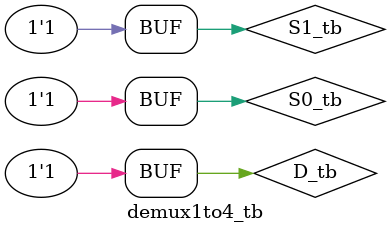
<source format=v>
 module demux1to4_tb();
  reg  D_tb,S0_tb,S1_tb;
  wire Y0_tb,Y1_tb,Y2_tb,Y3_tb;
  demux1to4 
duv(.D(D_tb),.S0(S0_tb),.S1(S1_tb),.Y0(Y0_tb),.Y1(Y1_tb),.Y2(Y2_tb),.Y3(Y3_tb));
  initial
    begin
      $dumpfile("test.vcd");
      $dumpvars;
       D_tb=0;S0_tb=0;S1_tb=0;#10;
       D_tb=0;S0_tb=0;S1_tb=1;#10;
       D_tb=0;S0_tb=1;S1_tb=0;#10;
       D_tb=0;S0_tb=1;S1_tb=1;#10;     
       D_tb=1;S0_tb=0;S1_tb=0;#10;
       D_tb=1;S0_tb=0;S1_tb=1;#10;
       D_tb=1;S0_tb=1;S1_tb=0;#10;
       D_tb=1;S0_tb=1;S1_tb=1;#10;
       
    end
 endmodule

</source>
